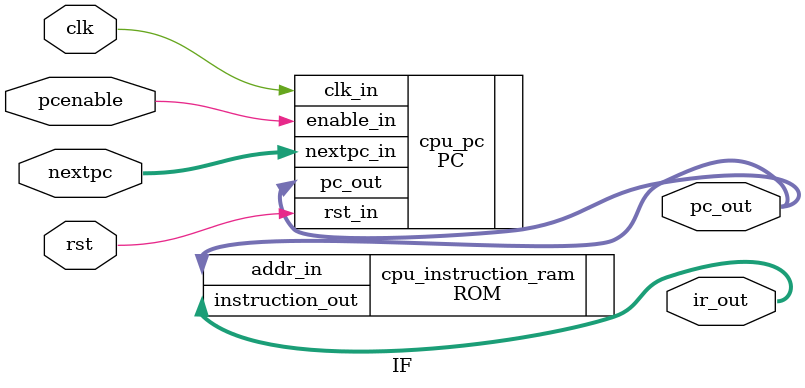
<source format=v>
`timescale 1ns/1ps

module IF ( clk, rst, nextpc, pcenable,
            pc_out, ir_out);
    
    input clk, rst, pcenable;
    input [31:0] nextpc;
    output [31:0] pc_out, ir_out;

    // pc
    PC cpu_pc( .nextpc_in(nextpc), .enable_in(pcenable), .clk_in(clk), .rst_in(rst), 
            .pc_out(pc_out));

    // instruction ram
    ROM cpu_instruction_ram( .addr_in(pc_out),      //input 
                        .instruction_out(ir_out)); //output    


endmodule
</source>
